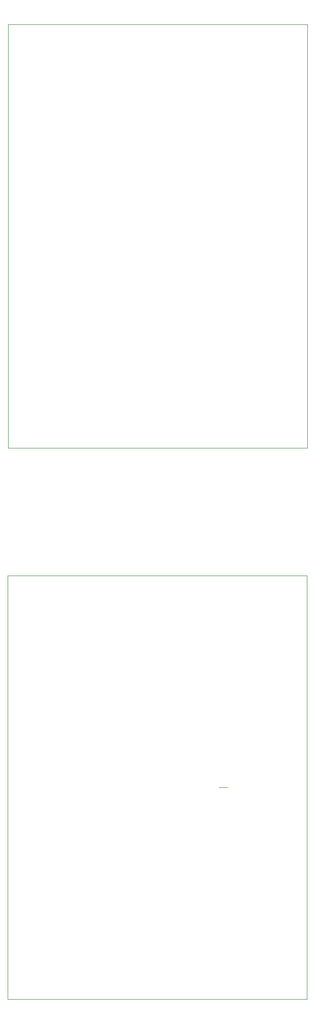
<source format=gbr>
%TF.GenerationSoftware,KiCad,Pcbnew,5.1.6-c6e7f7d~87~ubuntu19.10.1*%
%TF.CreationDate,2020-11-11T17:21:01+01:00*%
%TF.ProjectId,ariadne,61726961-646e-4652-9e6b-696361645f70,rev?*%
%TF.SameCoordinates,Original*%
%TF.FileFunction,Legend,Bot*%
%TF.FilePolarity,Positive*%
%FSLAX46Y46*%
G04 Gerber Fmt 4.6, Leading zero omitted, Abs format (unit mm)*
G04 Created by KiCad (PCBNEW 5.1.6-c6e7f7d~87~ubuntu19.10.1) date 2020-11-11 17:21:01*
%MOMM*%
%LPD*%
G01*
G04 APERTURE LIST*
%ADD10C,0.120000*%
G04 APERTURE END LIST*
D10*
%TO.C,U8*%
X249940000Y-215120000D02*
X302940000Y-215120000D01*
X249940000Y-140120000D02*
X302940000Y-140120000D01*
X288886000Y-177620000D02*
X287362000Y-177620000D01*
X302940000Y-140120000D02*
X302940000Y-215120000D01*
X249940000Y-140120000D02*
X249940000Y-215120000D01*
%TO.C,U29*%
X302990000Y-42480000D02*
X302990000Y-117480000D01*
X249990000Y-42480000D02*
X302990000Y-42480000D01*
X249990000Y-42480000D02*
X249990000Y-117480000D01*
X249990000Y-117480000D02*
X302990000Y-117480000D01*
%TD*%
M02*

</source>
